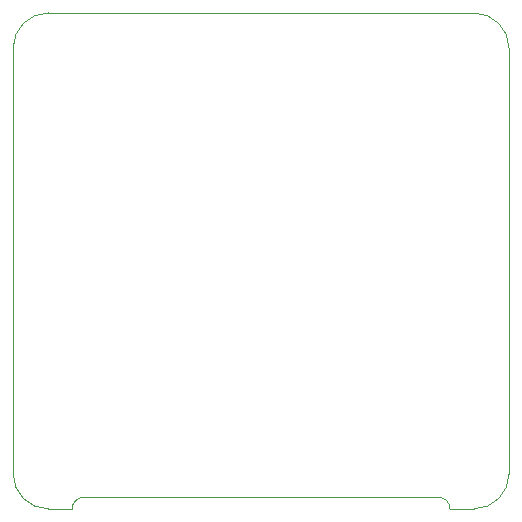
<source format=gbr>
%TF.GenerationSoftware,KiCad,Pcbnew,7.0.10*%
%TF.CreationDate,2024-03-12T14:45:01-04:00*%
%TF.ProjectId,obc,6f62632e-6b69-4636-9164-5f7063625858,rev?*%
%TF.SameCoordinates,Original*%
%TF.FileFunction,Profile,NP*%
%FSLAX46Y46*%
G04 Gerber Fmt 4.6, Leading zero omitted, Abs format (unit mm)*
G04 Created by KiCad (PCBNEW 7.0.10) date 2024-03-12 14:45:01*
%MOMM*%
%LPD*%
G01*
G04 APERTURE LIST*
%TA.AperFunction,Profile*%
%ADD10C,0.100000*%
%TD*%
G04 APERTURE END LIST*
D10*
X50000000Y-89000000D02*
G75*
G03*
X53000000Y-92000000I3000000J0D01*
G01*
X87000000Y-92000000D02*
G75*
G03*
X86000000Y-91000000I-1000000J0D01*
G01*
X87000000Y-92000000D02*
X89000000Y-92000000D01*
X89000000Y-92000000D02*
G75*
G03*
X92000000Y-89000000I0J3000000D01*
G01*
X92000000Y-53000000D02*
X92000000Y-89000000D01*
X56000000Y-91000000D02*
G75*
G03*
X55000000Y-92000000I0J-1000000D01*
G01*
X53000000Y-50000000D02*
G75*
G03*
X50000000Y-53000000I0J-3000000D01*
G01*
X55000000Y-92000000D02*
X53000000Y-92000000D01*
X53000000Y-50000000D02*
X89000000Y-50000000D01*
X92000000Y-53000000D02*
G75*
G03*
X89000000Y-50000000I-3000000J0D01*
G01*
X86000000Y-91000000D02*
X56000000Y-91000000D01*
X50000000Y-89000000D02*
X50000000Y-53000000D01*
M02*

</source>
